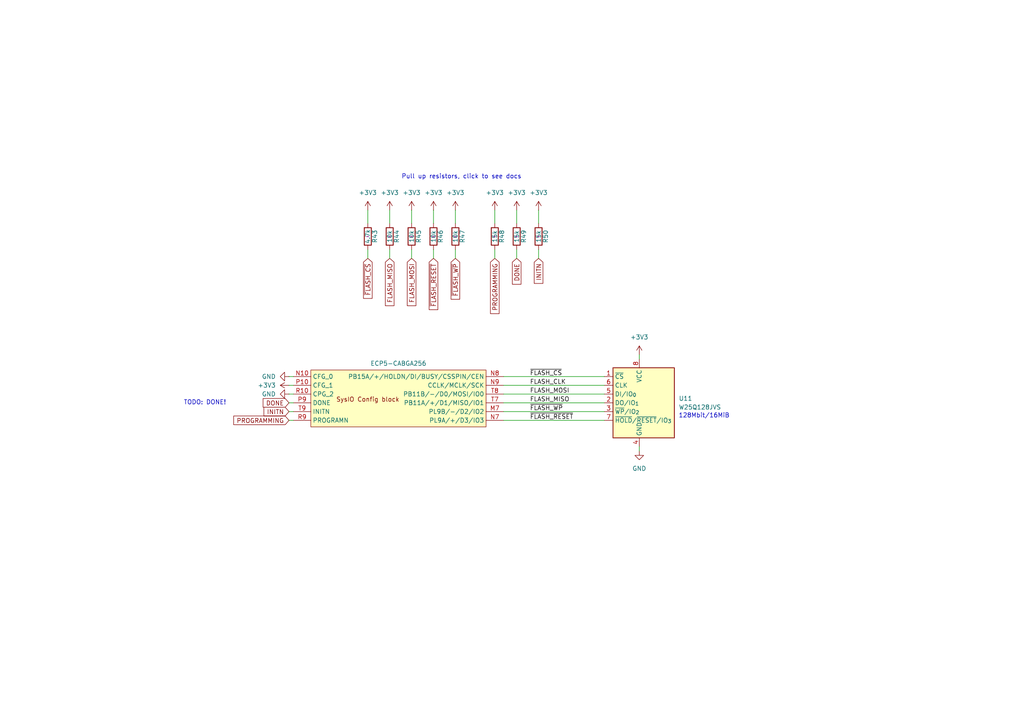
<source format=kicad_sch>
(kicad_sch (version 20250114) (generator "eeschema") (generator_version "9.0")
  (paper "A4")
  (title_block (title "Icepi zero") (date "2025-07-02") (rev "v1.2") (company "Chengyin Yao (cheyao)") (comment 1 "https://github.com/cheyao/icepi-zero") (comment 9 "OSHWA FR000026"))
  (lib_symbols
    (symbol "Device:R" (pin_numbers (hide yes)) (pin_names (offset 0))
      (property "Reference" "R" (at 2.032 0 90))
      (property "Value" "R" (at 0 0 90))
      (symbol "R_0_1"
        (rectangle (start -1.016 -2.54) (end 1.016 2.54) (stroke (width 0.254)))
      )
      (symbol "R_1_1"
        (pin passive line (at 0 3.81 270) (length 1.27) (name "~") (number "1"))
        (pin passive line (at 0 -3.81 90) (length 1.27) (name "~") (number "2"))
      )
    )
    (symbol "Memory_Flash:W25Q128JVS"
      (property "Reference" "U" (at -6.35 11.43 0))
      (property "Value" "W25Q128JVS" (at 7.62 11.43 0))
      (symbol "W25Q128JVS_0_1"
        (rectangle (start -7.62 10.16) (end 10.16 -10.16) (stroke (width 0.254)) (fill (type background)))
      )
      (symbol "W25Q128JVS_1_1"
        (pin input line (at -10.16 7.62 0) (length 2.54) (name "~{CS}") (number "1"))
        (pin input line (at -10.16 5.08 0) (length 2.54) (name "CLK") (number "6"))
        (pin bidirectional line (at -10.16 2.54 0) (length 2.54) (name "DI/IO_{0}") (number "5"))
        (pin bidirectional line (at -10.16 0 0) (length 2.54) (name "DO/IO_{1}") (number "2"))
        (pin bidirectional line (at -10.16 -2.54 0) (length 2.54) (name "~{WP}/IO_{2}") (number "3"))
        (pin bidirectional line (at -10.16 -5.08 0) (length 2.54) (name "~{HOLD}/~{RESET}/IO_{3}") (number "7"))
        (pin power_in line (at 0 12.7 270) (length 2.54) (name "VCC") (number "8"))
        (pin power_in line (at 0 -12.7 90) (length 2.54) (name "GND") (number "4"))
      )
    )
    (symbol "icepi-lib:LFE5U-25F-6BG256x"
      (property "Reference" "U" (at 48.768 1.016 0))
      (property "Value" "ECP5U-25F-CABGA256" (at 59.436 -1.27 0))
      (symbol "LFE5U-25F-6BG256x_1_1"
        (rectangle (start -47.625 10.16) (end 47.625 -10.16) (fill (type background)))
        (text "Power Block" (at -0.254 0 0) (effects (font (size 1.27 1.27))))
        (pin power_in line (at -45.72 15.24 270) (length 5.08) (name "VCC") (number "G6"))
        (pin power_in line (at -43.18 15.24 270) (length 5.08) (name "VCC") (number "G7"))
        (pin power_in line (at -40.64 15.24 270) (length 5.08) (name "VCC") (number "L8"))
        (pin power_in line (at -38.1 15.24 270) (length 5.08) (name "VCC") (number "L9"))
        (pin power_in line (at -35.56 15.24 270) (length 5.08) (name "VCC") (number "G9"))
        (pin power_in line (at -35.56 -15.24 90) (length 5.08) (name "GND") (number "A16"))
        (pin power_in line (at -33.02 15.24 270) (length 5.08) (name "VCC") (number "L10"))
        (pin power_in line (at -33.02 -15.24 90) (length 5.08) (name "GND") (number "H16"))
        (pin power_in line (at -30.48 -15.24 90) (length 5.08) (name "GND") (number "T16"))
        (pin power_in line (at -27.94 -15.24 90) (length 5.08) (name "GND") (number "D15"))
        (pin power_in line (at -25.4 15.24 270) (length 5.08) (name "VCCAUX") (number "L7"))
        (pin power_in line (at -25.4 -15.24 90) (length 5.08) (name "GND") (number "N15"))
        (pin power_in line (at -22.86 15.24 270) (length 5.08) (name "VCCAUX") (number "G11"))
        (pin power_in line (at -22.86 -15.24 90) (length 5.08) (name "GND") (number "T12"))
        (pin power_in line (at -20.32 -15.24 90) (length 5.08) (name "GND") (number "G10"))
        (pin power_in line (at -17.78 -15.24 90) (length 5.08) (name "GND") (number "H10"))
        (pin power_in line (at -15.24 15.24 270) (length 5.08) (name "VCCIO0") (number "F6"))
        (pin power_in line (at -15.24 -15.24 90) (length 5.08) (name "GND") (number "J10"))
        (pin power_in line (at -12.7 15.24 270) (length 5.08) (name "VCCIO0") (number "F7"))
        (pin power_in line (at -12.7 -15.24 90) (length 5.08) (name "GND") (number "K10"))
        (pin power_in line (at -10.16 -15.24 90) (length 5.08) (name "GND") (number "F9"))
        (pin power_in line (at -7.62 -15.24 90) (length 5.08) (name "GND") (number "H9"))
        (pin power_in line (at -5.08 15.24 270) (length 5.08) (name "VCCIO1") (number "F10"))
        (pin power_in line (at -5.08 -15.24 90) (length 5.08) (name "GND") (number "J9"))
        (pin power_in line (at -2.54 15.24 270) (length 5.08) (name "VCCIO1") (number "F11"))
        (pin power_in line (at -2.54 -15.24 90) (length 5.08) (name "GND") (number "K9"))
        (pin power_in line (at 0 -15.24 90) (length 5.08) (name "GND") (number "F8"))
        (pin power_in line (at 2.54 -15.24 90) (length 5.08) (name "GND") (number "G8"))
        (pin power_in line (at 5.08 15.24 270) (length 5.08) (name "VCCIO2") (number "J11"))
        (pin power_in line (at 5.08 -15.24 90) (length 5.08) (name "GND") (number "H8"))
        (pin power_in line (at 7.62 15.24 270) (length 5.08) (name "VCCIO2") (number "H11"))
        (pin power_in line (at 7.62 -15.24 90) (length 5.08) (name "GND") (number "J8"))
        (pin power_in line (at 10.16 -15.24 90) (length 5.08) (name "GND") (number "K8"))
        (pin power_in line (at 12.7 -15.24 90) (length 5.08) (name "GND") (number "K7"))
        (pin power_in line (at 15.24 15.24 270) (length 5.08) (name "VCCIO3") (number "L11"))
        (pin power_in line (at 15.24 -15.24 90) (length 5.08) (name "GND") (number "K6"))
        (pin power_in line (at 17.78 15.24 270) (length 5.08) (name "VCCIO3") (number "K11"))
        (pin power_in line (at 17.78 -15.24 90) (length 5.08) (name "GND") (number "T5"))
        (pin power_in line (at 20.32 -15.24 90) (length 5.08) (name "GND") (number "D2"))
        (pin power_in line (at 22.86 -15.24 90) (length 5.08) (name "GND") (number "N2"))
        (pin power_in line (at 25.4 15.24 270) (length 5.08) (name "VCCIO6") (number "J6"))
        (pin power_in line (at 25.4 -15.24 90) (length 5.08) (name "GND") (number "A1"))
        (pin power_in line (at 27.94 15.24 270) (length 5.08) (name "VCCIO6") (number "J7"))
        (pin power_in line (at 27.94 -15.24 90) (length 5.08) (name "GND") (number "H1"))
        (pin power_in line (at 30.48 -15.24 90) (length 5.08) (name "GND") (number "T1"))
        (pin power_in line (at 35.56 15.24 270) (length 5.08) (name "VCCIO7") (number "H6"))
        (pin power_in line (at 38.1 15.24 270) (length 5.08) (name "VCCIO7") (number "H7"))
        (pin power_in line (at 45.72 15.24 270) (length 5.08) (name "VCCIO8") (number "L6"))
      )
      (symbol "LFE5U-25F-6BG256x_2_1"
        (rectangle (start -7.62 5.715) (end 7.62 -5.715) (fill (type background)))
        (text "JTAG\nInterface" (at 2.032 0 0) (effects (font (size 1.27 1.27))))
        (pin output line (at -12.7 3.81 0) (length 5.08) (name "TDO") (number "M10"))
        (pin input line (at -12.7 1.27 0) (length 5.08) (name "TDI") (number "R11"))
        (pin input line (at -12.7 -1.27 0) (length 5.08) (name "TCK") (number "T10"))
        (pin input line (at -12.7 -3.81 0) (length 5.08) (name "TMS") (number "T11"))
      )
      (symbol "LFE5U-25F-6BG256x_3_1"
        (rectangle (start -25.4 8.255) (end 25.4 -8.255) (fill (type background)))
        (text "SysIO Config block" (at 8.89 -0.254 0) (effects (font (size 1.27 1.27))))
        (pin bidirectional line (at -30.48 6.35 0) (length 5.08) (name "PB15A/+/HOLDN/DI/BUSY/CSSPIN/CEN") (number "N8"))
        (pin bidirectional line (at -30.48 3.81 0) (length 5.08) (name "CCLK/MCLK/SCK") (number "N9"))
        (pin bidirectional line (at -30.48 1.27 0) (length 5.08) (name "PB11B/-/D0/MOSI/IO0") (number "T8"))
        (pin bidirectional line (at -30.48 -1.27 0) (length 5.08) (name "PB11A/+/D1/MISO/IO1") (number "T7"))
        (pin bidirectional line (at -30.48 -3.81 0) (length 5.08) (name "PL9B/-/D2/IO2") (number "M7"))
        (pin bidirectional line (at -30.48 -6.35 0) (length 5.08) (name "PL9A/+/D3/IO3") (number "N7"))
        (pin input line (at 30.48 6.35 180) (length 5.08) (name "CFG_0") (number "N10"))
        (pin input line (at 30.48 3.81 180) (length 5.08) (name "CFG_1") (number "P10"))
        (pin input line (at 30.48 1.27 180) (length 5.08) (name "CPG_2") (number "R10"))
        (pin output line (at 30.48 -1.27 180) (length 5.08) (name "DONE") (number "P9"))
        (pin bidirectional line (at 30.48 -3.81 180) (length 5.08) (name "INITN") (number "T9"))
        (pin bidirectional line (at 30.48 -6.35 180) (length 5.08) (name "PROGRAMN") (number "R9"))
      )
      (symbol "LFE5U-25F-6BG256x_4_1"
        (rectangle (start -20.32 17.145) (end 20.32 -17.145) (fill (type background)))
        (text "GPDI\nInterface" (at 11.176 0 0) (effects (font (size 1.27 1.27))))
        (pin bidirectional line (at -25.4 15.24 0) (length 5.08) (name "PR35A/+/HS/RDQ32") (number "P16"))
        (pin bidirectional line (at -25.4 12.7 0) (length 5.08) (name "PR35B/-/HS/RDQ32/VREF1_3") (number "R16"))
        (pin bidirectional line (at -25.4 10.16 0) (length 5.08) (name "PR38C/+/RDQ44") (number "R15"))
        (pin bidirectional line (at -25.4 7.62 0) (length 5.08) (name "PR38D/-/RDQ44") (number "T15"))
        (pin bidirectional line (at -25.4 5.08 0) (length 5.08) (name "PR41C/+/RDQ44") (number "R13"))
        (pin bidirectional line (at -25.4 2.54 0) (length 5.08) (name "PR41D/-/RSQ44") (number "T14"))
        (pin bidirectional line (at -25.4 0 0) (length 5.08) (name "PR44A/+/HS/RDQS44") (number "R12"))
        (pin bidirectional line (at -25.4 -2.54 0) (length 5.08) (name "PR44B/-/HS/RDQSN44") (number "T13"))
        (pin bidirectional line (at -25.4 -5.08 0) (length 5.08) (name "PL44A/+/HS/LDQS44") (number "R5"))
        (pin bidirectional line (at -25.4 -7.62 0) (length 5.08) (name "PL41D/-/LDQ44") (number "T3"))
        (pin bidirectional line (at -25.4 -10.16 0) (length 5.08) (name "PL44B/-/HS/LDQSN44") (number "T4"))
        (pin bidirectional line (at -25.4 -12.7 0) (length 5.08) (name "PL47D/-/LDQ44/LLC_GPLL0C_IN") (number "P5"))
        (pin bidirectional line (at -25.4 -15.24 0) (length 5.08) (name "PR32C/+/RDQ32") (number "L14"))
      )
      (symbol "LFE5U-25F-6BG256x_5_1"
        (rectangle (start -20.32 18.415) (end 19.685 -18.415) (fill (type background)))
        (text "USB/UART\nInterface" (at 10.16 0 0) (effects (font (size 1.27 1.27))))
        (pin bidirectional line (at -25.4 16.51 0) (length 5.08) (name "PR23C/-/RDQ20/PCLKT2_0") (number "K16"))
        (pin bidirectional line (at -25.4 13.97 0) (length 5.08) (name "PR23D/-/RDQ20/PCLKC2_0") (number "K15"))
        (pin bidirectional line (at -25.4 11.43 0) (length 5.08) (name "PR26A/+/HS/RDQ32/PCLKT3_1") (number "L16"))
        (pin bidirectional line (at -25.4 8.89 0) (length 5.08) (name "PR26B/-/HS/RDQ32/PCLKC3_1") (number "L15"))
        (pin bidirectional line (at -25.4 3.81 0) (length 5.08) (name "PR11C/+/RDQ8") (number "F15"))
        (pin bidirectional line (at -25.4 1.27 0) (length 5.08) (name "PR11D/-/RDQ8") (number "E16"))
        (pin bidirectional line (at -25.4 -1.27 0) (length 5.08) (name "PR14B/-/HS/RDQ20") (number "G15"))
        (pin bidirectional line (at -25.4 -3.81 0) (length 5.08) (name "PR14D/-/RDQ20") (number "H14"))
        (pin bidirectional line (at -25.4 -8.89 0) (length 5.08) (name "PR23A/+/HS/RDQ20/PCLKT2_1") (number "J16"))
        (pin bidirectional line (at -25.4 -11.43 0) (length 5.08) (name "PR23B/-/HS/RDQ20/PCLKC2_1") (number "J15"))
        (pin bidirectional line (at -25.4 -13.97 0) (length 5.08) (name "PR5C/+/RDQ8") (number "E14"))
        (pin bidirectional line (at -25.4 -16.51 0) (length 5.08) (name "PT51B/-") (number "E11"))
      )
      (symbol "LFE5U-25F-6BG256x_6_1"
        (rectangle (start -25.4 33.02) (end 25.4 -33.02) (fill (type background)))
        (text "SDRAM\nInterface" (at 0.254 29.464 0) (effects (font (size 1.27 1.27))))
        (pin bidirectional line (at -30.48 30.48 0) (length 5.08) (name "PT53A/+") (number "A11"))
        (pin bidirectional line (at -30.48 27.94 0) (length 5.08) (name "PT49A/+") (number "B11"))
        (pin bidirectional line (at -30.48 22.86 0) (length 5.08) (name "PT44A/+") (number "B10"))
        (pin bidirectional line (at -30.48 20.32 0) (length 5.08) (name "PT42A/+") (number "A9"))
        (pin bidirectional line (at -30.48 17.78 0) (length 5.08) (name "PT38A/+/GR_PCLK1_0") (number "B9"))
        (pin bidirectional line (at -30.48 15.24 0) (length 5.08) (name "PT29B/-/PCLKC0_0") (number "A8"))
        (pin bidirectional line (at -30.48 12.7 0) (length 5.08) (name "PT35B/-/PCLK1_0") (number "B8"))
        (pin bidirectional line (at -30.48 10.16 0) (length 5.08) (name "PT29A/+/PCLKT0_0") (number "A7"))
        (pin bidirectional line (at -30.48 7.62 0) (length 5.08) (name "PT27B/-/PCLKC0_1") (number "B7"))
        (pin bidirectional line (at -30.48 5.08 0) (length 5.08) (name "PT18B/-") (number "A6"))
        (pin bidirectional line (at -30.48 2.54 0) (length 5.08) (name "PT22B/-") (number "B6"))
        (pin bidirectional line (at -30.48 0 0) (length 5.08) (name "PT18A/+") (number "A5"))
        (pin bidirectional line (at -30.48 -2.54 0) (length 5.08) (name "PT42B/-") (number "A10"))
        (pin bidirectional line (at -30.48 -5.08 0) (length 5.08) (name "PT15B/-") (number "B5"))
        (pin bidirectional line (at -30.48 -7.62 0) (length 5.08) (name "PT6B/-") (number "A4"))
        (pin bidirectional line (at -30.48 -12.7 0) (length 5.08) (name "PT56A/+") (number "B12"))
        (pin bidirectional line (at -30.48 -15.24 0) (length 5.08) (name "PT11B/-") (number "B4"))
        (pin bidirectional line (at -30.48 -17.78 0) (length 5.08) (name "PT6A/+") (number "A3"))
        (pin bidirectional line (at -30.48 -20.32 0) (length 5.08) (name "PT67A/+") (number "B14"))
        (pin bidirectional line (at -30.48 -22.86 0) (length 5.08) (name "PT4B/-") (number "B3"))
        (pin bidirectional line (at -30.48 -25.4 0) (length 5.08) (name "PT65A/+") (number "A13"))
        (pin bidirectional line (at -30.48 -27.94 0) (length 5.08) (name "PT60A/+") (number "B13"))
        (pin bidirectional line (at -30.48 -30.48 0) (length 5.08) (name "PT53B/-") (number "A12"))
        (pin bidirectional line (at 30.48 30.48 180) (length 5.08) (name "PR2A/+/HS/RDQ8") (number "B16"))
        (pin bidirectional line (at 30.48 27.94 180) (length 5.08) (name "PR2C/+/RDQ8") (number "C14"))
        (pin bidirectional line (at 30.48 25.4 180) (length 5.08) (name "PR5A/+/HS/RDQ8") (number "C16"))
        (pin bidirectional line (at 30.48 22.86 180) (length 5.08) (name "PR5B/-/HS/RDQ8") (number "C15"))
        (pin bidirectional line (at 30.48 20.32 180) (length 5.08) (name "PR8A/+/HS/RDQS8") (number "D16"))
        (pin bidirectional line (at 30.48 17.78 180) (length 5.08) (name "PT67B/-") (number "A15"))
        (pin bidirectional line (at 30.48 15.24 180) (length 5.08) (name "PR2B/-/HS/RDQ8/S0_IN") (number "B15"))
        (pin bidirectional line (at 30.48 12.7 180) (length 5.08) (name "PT65B/-") (number "A14"))
        (pin bidirectional line (at 30.48 10.16 180) (length 5.08) (name "PT4A/+") (number "A2"))
        (pin bidirectional line (at 30.48 7.62 180) (length 5.08) (name "PL2B/-/HS/LDQ8") (number "B2"))
        (pin bidirectional line (at 30.48 5.08 180) (length 5.08) (name "PL8B/-/HS/LDQSN8") (number "E2"))
        (pin bidirectional line (at 30.48 2.54 180) (length 5.08) (name "PL8A/+/HS/LDQS8") (number "D1"))
        (pin bidirectional line (at 30.48 0 180) (length 5.08) (name "PL5B/-/HS/LDQ8") (number "C2"))
        (pin bidirectional line (at 30.48 -2.54 180) (length 5.08) (name "PL5A/+/HS/LDQ8") (number "C1"))
        (pin bidirectional line (at 30.48 -5.08 180) (length 5.08) (name "PL2C/+/LDQ8") (number "C3"))
        (pin bidirectional line (at 30.48 -7.62 180) (length 5.08) (name "PL2A/+/HS/LDQ8") (number "B1"))
      )
      (symbol "LFE5U-25F-6BG256x_7_1"
        (rectangle (start -19.05 10.16) (end 19.05 -10.16) (fill (type background)))
        (text "uSD\nInterface" (at 13.462 0 0) (effects (font (size 1.27 1.27))))
        (pin bidirectional line (at -24.13 7.62 0) (length 5.08) (name "PR38B/-/HS/RDQ44") (number "P14"))
        (pin bidirectional line (at -24.13 5.08 0) (length 5.08) (name "PR41B/-/HS/RDQ44") (number "R14"))
        (pin bidirectional line (at -24.13 2.54 0) (length 5.08) (name "PR26D/-/RDQ32/PCLKC3_0") (number "M15"))
        (pin bidirectional line (at -24.13 0 0) (length 5.08) (name "PR32D/-/RDQ32") (number "M14"))
        (pin bidirectional line (at -24.13 -2.54 0) (length 5.08) (name "PR32A/+/HS/RDQS32") (number "N16"))
        (pin bidirectional line (at -24.13 -5.08 0) (length 5.08) (name "PR32B/-/HS/RDQSN32") (number "P15"))
        (pin bidirectional line (at -24.13 -7.62 0) (length 5.08) (name "PR26C/+/RDQ32/PCLKT3_0") (number "M16"))
      )
      (symbol "LFE5U-25F-6BG256x_8_1"
        (rectangle (start -34.29 23.495) (end 34.29 -26.035) (fill (type background)))
        (text "GPIO\nInterface" (at -0.508 20.828 0) (effects (font (size 1.27 1.27))))
        (pin bidirectional line (at -39.37 21.59 0) (length 5.08) (name "PL38D/-/LDQ44") (number "T2"))
        (pin bidirectional line (at -39.37 19.05 0) (length 5.08) (name "PL38C/+/LDQ44") (number "R2"))
        (pin bidirectional line (at -39.37 16.51 0) (length 5.08) (name "PL35B/-/HS/LDQ32/VREF1_6") (number "R1"))
        (pin bidirectional line (at -39.37 11.43 0) (length 5.08) (name "PL41B/-/HS/LDQ44") (number "R3"))
        (pin bidirectional line (at -39.37 8.89 0) (length 5.08) (name "PL38B/-/HS/LDQ44") (number "P3"))
        (pin bidirectional line (at -39.37 6.35 0) (length 5.08) (name "PL32B/-/HS/LDQSN32") (number "P2"))
        (pin bidirectional line (at -39.37 1.27 0) (length 5.08) (name "PL26B/-/HS/LDQ32/PCLKC6_1") (number "L2"))
        (pin bidirectional line (at -39.37 -1.27 0) (length 5.08) (name "PL23A/+/HS/LDQ20/PCLKT7") (number "J1"))
        (pin bidirectional line (at -39.37 -3.81 0) (length 5.08) (name "PL14B/-/HS/LDQ20") (number "G2"))
        (pin bidirectional line (at -39.37 -8.89 0) (length 5.08) (name "PL14C/+/LDQ20/VREF1_7") (number "G3"))
        (pin bidirectional line (at -39.37 -11.43 0) (length 5.08) (name "PL11D/-/LDQ8") (number "E1"))
        (pin bidirectional line (at -39.37 -13.97 0) (length 5.08) (name "PL5D/-/LDQ8") (number "F3"))
        (pin bidirectional line (at -39.37 -16.51 0) (length 5.08) (name "PL5C/+/LDQ8") (number "E3"))
        (pin bidirectional line (at -39.37 -19.05 0) (length 5.08) (name "PT9A/+") (number "E4"))
        (pin bidirectional line (at -39.37 -21.59 0) (length 5.08) (name "PT9B/-") (number "D4"))
        (pin bidirectional line (at 39.37 16.51 180) (length 5.08) (name "PL35A/+/HS/LDQ32") (number "P1"))
        (pin bidirectional line (at 39.37 13.97 180) (length 5.08) (name "PL32A/+/HS/LDQS32") (number "N1"))
        (pin bidirectional line (at 39.37 11.43 180) (length 5.08) (name "PL38A/+/HS/LDQ44") (number "N4"))
        (pin bidirectional line (at 39.37 6.35 180) (length 5.08) (name "PL26C/+/LDQ32/PCLKT6_0") (number "M1"))
        (pin bidirectional line (at 39.37 3.81 180) (length 5.08) (name "PL26A/+/HS/LDQ32/PCLKT6_1") (number "L1"))
        (pin bidirectional line (at 39.37 -1.27 180) (length 5.08) (name "PL23B/-/HS/LDQ20/PCLKC7_1") (number "J2"))
        (pin bidirectional line (at 39.37 -3.81 180) (length 5.08) (name "PL20C/+/LDQS20/GR_PCLK7_0") (number "H2"))
        (pin bidirectional line (at 39.37 -6.35 180) (length 5.08) (name "PL20A/+/HS/LDQS20/GR_PCLK7_1") (number "G1"))
        (pin bidirectional line (at 39.37 -8.89 180) (length 5.08) (name "PL20D/-/LDQS20") (number "K3"))
        (pin bidirectional line (at 39.37 -13.97 180) (length 5.08) (name "PL20B/-/HS/LDQSN20") (number "J3"))
        (pin bidirectional line (at 39.37 -19.05 180) (length 5.08) (name "PL14D/-/lDQ20") (number "H3"))
        (pin bidirectional line (at 39.37 -21.59 180) (length 5.08) (name "PL14A/+/HS/LDQ20") (number "F1"))
        (pin bidirectional line (at 39.37 -24.13 180) (length 5.08) (name "PL11C/+/LDQ8") (number "F2"))
      )
      (symbol "LFE5U-25F-6BG256x_9_1"
        (rectangle (start -15.24 17.145) (end 15.24 -17.145) (fill (type background)))
        (text "MISC\nInterface" (at 6.604 2.54 0) (effects (font (size 1.27 1.27))))
        (pin bidirectional line (at -20.32 15.24 0) (length 5.08) (name "PT11A/+") (number "C4"))
        (pin bidirectional line (at -20.32 12.7 0) (length 5.08) (name "PT15A/+") (number "C5"))
        (pin bidirectional line (at -20.32 7.62 0) (length 5.08) (name "PT62B/-") (number "E13"))
        (pin bidirectional line (at -20.32 5.08 0) (length 5.08) (name "PR2D/-/RDQ8") (number "D14"))
        (pin bidirectional line (at -20.32 2.54 0) (length 5.08) (name "PT58B/-") (number "E12"))
        (pin bidirectional line (at -20.32 0 0) (length 5.08) (name "PT60B/-") (number "C13"))
        (pin bidirectional line (at -20.32 -2.54 0) (length 5.08) (name "PT62A/+") (number "D13"))
        (pin bidirectional line (at -20.32 -7.62 0) (length 5.08) (name "PT27A/+/PCLKT0_1") (number "C7"))
        (pin bidirectional line (at -20.32 -10.16 0) (length 5.08) (name "PT35A/+/PCLKT1_0") (number "C8"))
        (pin bidirectional line (at -20.32 -15.24 0) (length 5.08) (name "PL26D/-/LDQ32/PCLK6_0") (number "M2"))
      )
      (symbol "LFE5U-25F-6BG256x_10_1"
        (rectangle (start -53.34 38.1) (end 52.705 -40.005) (fill (type background)))
        (text "Unused I/O" (at -1.524 0.254 0) (effects (font (size 1.27 1.27))))
        (pin bidirectional line (at -58.42 30.48 0) (length 5.08) (name "PL2D/-/LDQ8") (number "D3"))
        (pin bidirectional line (at -58.42 27.94 0) (length 5.08) (name "PL8C/+/LDQ8") (number "F4"))
        (pin bidirectional line (at -58.42 25.4 0) (length 5.08) (name "PL8D/-/LDQ8") (number "F5"))
        (pin bidirectional line (at -58.42 22.86 0) (length 5.08) (name "PL11A/+/HS/LDQ8") (number "G5"))
        (pin bidirectional line (at -58.42 20.32 0) (length 5.08) (name "PL11B/-/HS/LDQ8") (number "G4"))
        (pin bidirectional line (at -58.42 17.78 0) (length 5.08) (name "PL17A/+/HS/LDQ20") (number "H5"))
        (pin bidirectional line (at -58.42 15.24 0) (length 5.08) (name "PL17B/-/HS/LDQ20") (number "H4"))
        (pin bidirectional line (at -58.42 12.7 0) (length 5.08) (name "PL17C/+/LDQ20") (number "J4"))
        (pin bidirectional line (at -58.42 10.16 0) (length 5.08) (name "PL17D/-/LDQ20") (number "J5"))
        (pin bidirectional line (at -58.42 7.62 0) (length 5.08) (name "PL23C/+/LDQ20/PCLKT7_0") (number "K1"))
        (pin bidirectional line (at -58.42 5.08 0) (length 5.08) (name "PL23D/-/LDQ20/PCLKC7_0") (number "K2"))
        (pin bidirectional line (at -58.42 2.54 0) (length 5.08) (name "PL29A/+/HS/LDQ32/GR_PCLK6_0") (number "K4"))
        (pin bidirectional line (at -58.42 0 0) (length 5.08) (name "PL29B/-/HS/LDQ32") (number "K5"))
        (pin bidirectional line (at -58.42 -2.54 0) (length 5.08) (name "PL29C/+/LDQ32/GR_PCLK6_1") (number "L4"))
        (pin bidirectional line (at -58.42 -5.08 0) (length 5.08) (name "PL29D/-/LDQ32") (number "L5"))
        (pin bidirectional line (at -58.42 -7.62 0) (length 5.08) (name "PL32C/+/LDQ32") (number "L3"))
        (pin bidirectional line (at -58.42 -10.16 0) (length 5.08) (name "PL32D/-/LDQ32") (number "M3"))
        (pin bidirectional line (at -58.42 -12.7 0) (length 5.08) (name "PL35C/+/LDQ32") (number "M4"))
        (pin bidirectional line (at -58.42 -15.24 0) (length 5.08) (name "PL35D/-/LDQ32") (number "N3"))
        (pin bidirectional line (at -58.42 -17.78 0) (length 5.08) (name "PL41A/+/HS/LDQ44") (number "P4"))
        (pin bidirectional line (at -58.42 -20.32 0) (length 5.08) (name "PL41C/+/LD44") (number "R4"))
        (pin bidirectional line (at -58.42 -22.86 0) (length 5.08) (name "PL44C/+/LDQ44") (number "M5"))
        (pin bidirectional line (at -58.42 -25.4 0) (length 5.08) (name "PL44D/-/LDQ44") (number "N5"))
        (pin bidirectional line (at -58.42 -27.94 0) (length 5.08) (name "PL47A/+/HS/LDQ44") (number "M6"))
        (pin bidirectional line (at -58.42 -30.48 0) (length 5.08) (name "PL47B/-/HS/LDQ44") (number "N6"))
        (pin bidirectional line (at -58.42 -33.02 0) (length 5.08) (name "PL47C/+/LDQ44/LLC+GPLL0T_IN") (number "P6"))
        (pin bidirectional line (at -27.94 43.18 270) (length 5.08) (name "PT13B/-") (number "D5"))
        (pin bidirectional line (at -25.4 43.18 270) (length 5.08) (name "PT13A/+") (number "E5"))
        (pin bidirectional line (at -22.86 43.18 270) (length 5.08) (name "PT20B/-") (number "D6"))
        (pin bidirectional line (at -20.32 43.18 270) (length 5.08) (name "PT20A/+") (number "E6"))
        (pin bidirectional line (at -17.78 43.18 270) (length 5.08) (name "PT22A/+") (number "C6"))
        (pin bidirectional line (at -15.24 43.18 270) (length 5.08) (name "PT24B/-/GR_PCLK0_0") (number "D7"))
        (pin bidirectional line (at -12.7 43.18 270) (length 5.08) (name "PT24A/+/GR_PCLK0_1") (number "E7"))
        (pin bidirectional line (at -11.43 -45.085 90) (length 5.08) (name "PB18A/WRITEN") (number "M9"))
        (pin bidirectional line (at -10.16 43.18 270) (length 5.08) (name "PT33B/-/PCLKC1_1") (number "D8"))
        (pin bidirectional line (at -8.89 -45.085 90) (length 5.08) (name "PB15B/0/DOUT/CSON") (number "M8"))
        (pin bidirectional line (at -7.62 43.18 270) (length 5.08) (name "PT33A/+/PCLKT1_1") (number "E8"))
        (pin bidirectional line (at -6.35 -45.085 90) (length 5.08) (name "PB13B/-/CS1N") (number "P8"))
        (pin bidirectional line (at -5.08 43.18 270) (length 5.08) (name "PT38B/-/GR_PCLK1_1") (number "C9"))
        (pin bidirectional line (at -3.81 -45.085 90) (length 5.08) (name "PB13A/+/SN/CSN") (number "R8"))
        (pin bidirectional line (at -2.54 43.18 270) (length 5.08) (name "PT40B/-") (number "E9"))
        (pin bidirectional line (at -1.27 -45.085 90) (length 5.08) (name "PB6B/-/D4/MOSI2/IO4") (number "P7"))
        (pin bidirectional line (at 0 43.18 270) (length 5.08) (name "PT40A/+") (number "D9"))
        (pin bidirectional line (at 1.27 -45.085 90) (length 5.08) (name "PB6A/+/D5/MISO2/IO5") (number "R7"))
        (pin bidirectional line (at 2.54 43.18 270) (length 5.08) (name "PT44B/-") (number "C10"))
        (pin bidirectional line (at 3.81 -45.085 90) (length 5.08) (name "PB4B/0/D6/IO6") (number "R6"))
        (pin bidirectional line (at 5.08 43.18 270) (length 5.08) (name "PT47B/-") (number "E10"))
        (pin bidirectional line (at 6.35 -45.085 90) (length 5.08) (name "PB4A/+/D7/IO7") (number "T6"))
        (pin bidirectional line (at 7.62 43.18 270) (length 5.08) (name "PT47A/+") (number "D10"))
        (pin bidirectional line (at 10.16 43.18 270) (length 5.08) (name "PT49B/-") (number "C11"))
        (pin bidirectional line (at 12.7 43.18 270) (length 5.08) (name "PT51A/+") (number "D11"))
        (pin bidirectional line (at 15.24 43.18 270) (length 5.08) (name "PT56B/-") (number "C12"))
        (pin bidirectional line (at 17.78 43.18 270) (length 5.08) (name "PT58A/+") (number "D12"))
        (pin bidirectional line (at 57.785 35.56 180) (length 5.08) (name "PR47A/+/HS/RSQ44") (number "M11"))
        (pin bidirectional line (at 57.785 33.02 180) (length 5.08) (name "PR47B/0/HS/RDQ44") (number "N11"))
        (pin bidirectional line (at 57.785 30.48 180) (length 5.08) (name "PR47C/+/RSQ44/LRC_GPLL0T_IN") (number "P11"))
        (pin bidirectional line (at 57.785 27.94 180) (length 5.08) (name "PR47D/-/RDQ44/LRC_GPLL0C_IN") (number "P12"))
        (pin bidirectional line (at 57.785 25.4 180) (length 5.08) (name "PR44C/+/RDQ44") (number "M12"))
        (pin bidirectional line (at 57.785 22.86 180) (length 5.08) (name "PR44D/-/RSQ44") (number "N12"))
        (pin bidirectional line (at 57.785 20.32 180) (length 5.08) (name "PR41A/+/HS/RDQ44") (number "P13"))
        (pin bidirectional line (at 57.785 17.78 180) (length 5.08) (name "PR38A/+/HS/RDQ44") (number "N13"))
        (pin bidirectional line (at 57.785 15.24 180) (length 5.08) (name "PR35C/+/RDQ32") (number "M13"))
        (pin bidirectional line (at 57.785 12.7 180) (length 5.08) (name "PR35D/-/RDQ32") (number "N14"))
        (pin bidirectional line (at 57.785 10.16 180) (length 5.08) (name "PR29A/+/HS/RDQ32/GR_PCLK3_0") (number "K13"))
        (pin bidirectional line (at 57.785 7.62 180) (length 5.08) (name "PR29B/-/HS/RDQ32") (number "K12"))
        (pin bidirectional line (at 57.785 5.08 180) (length 5.08) (name "PR29C/+/RDQ32/GR_PCLK3_1") (number "L13"))
        (pin bidirectional line (at 57.785 2.54 180) (length 5.08) (name "PR29D/-/RDQ32") (number "L12"))
        (pin bidirectional line (at 57.785 0 180) (length 5.08) (name "PR20A/+/HS/RDQS20/GR_PCLK2_1") (number "G16"))
        (pin bidirectional line (at 57.785 -2.54 180) (length 5.08) (name "PR20B/-/HS/RDQSN20") (number "H15"))
        (pin bidirectional line (at 57.785 -5.08 180) (length 5.08) (name "PR20C/+/RDQ20/GR_PCLK2_0") (number "J14"))
        (pin bidirectional line (at 57.785 -7.62 180) (length 5.08) (name "PR20D/-/RDQ20") (number "K14"))
        (pin bidirectional line (at 57.785 -10.16 180) (length 5.08) (name "PR17A/+/HS/RDQ20") (number "H12"))
        (pin bidirectional line (at 57.785 -12.7 180) (length 5.08) (name "PR17B/-/HS/RDQ20") (number "H13"))
        (pin bidirectional line (at 57.785 -15.24 180) (length 5.08) (name "PR17C/+/RDQ20") (number "J13"))
        (pin bidirectional line (at 57.785 -17.78 180) (length 5.08) (name "PR17D/-/RDQ20") (number "J12"))
        (pin bidirectional line (at 57.785 -20.32 180) (length 5.08) (name "PR14A/+/HS/RDQ20") (number "F16"))
        (pin bidirectional line (at 57.785 -22.86 180) (length 5.08) (name "PR14C/+/RDQ20/VREF1_2") (number "G14"))
        (pin bidirectional line (at 57.785 -25.4 180) (length 5.08) (name "PR11A/+/HS/RDQ8") (number "G12"))
        (pin bidirectional line (at 57.785 -27.94 180) (length 5.08) (name "PR11B/-/HS/RDQ8") (number "G13"))
        (pin bidirectional line (at 57.785 -30.48 180) (length 5.08) (name "PR8B/-/HS/RDQSN8") (number "E15"))
        (pin bidirectional line (at 57.785 -33.02 180) (length 5.08) (name "PR8C/+/RDQ8") (number "F13"))
        (pin bidirectional line (at 57.785 -35.56 180) (length 5.08) (name "PR8D/-/RDQ8") (number "F12"))
        (pin bidirectional line (at 57.785 -38.1 180) (length 5.08) (name "PR5D/-/RDQ8") (number "F14"))
      )
    )
    (symbol "power:+3V3" (power) (pin_numbers (hide yes)) (pin_names (offset 0) (hide yes))
      (property "Value" "+3V3" (at 0 3.556 0))
      (symbol "+3V3_0_1"
        (polyline (pts (xy -0.762 1.27) (xy 0 2.54)))
        (polyline (pts (xy 0 2.54) (xy 0.762 1.27)))
        (polyline (pts (xy 0 0) (xy 0 2.54)))
      )
      (symbol "+3V3_1_1"
        (pin power_in line (at 0 0 90) (length 0) (name "~") (number "1"))
      )
    )
    (symbol "power:GND" (power) (pin_numbers (hide yes)) (pin_names (offset 0) (hide yes))
      (property "Value" "GND" (at 0 -3.81 0))
      (symbol "GND_0_1"
        (polyline (pts (xy 0 0) (xy 0 -1.27) (xy 1.27 -1.27) (xy 0 -2.54) (xy -1.27 -1.27) (xy 0 -1.27)))
      )
      (symbol "GND_1_1"
        (pin power_in line (at 0 0 270) (length 0) (name "~") (number "1"))
      )
    )
  )
  (text "128Mbit/16MiB" (at 204.216 120.65 0) (effects (font (size 1.27 1.27))))
  (text "TODO: DONE!" (at 59.436 116.84 0) (effects (font (size 1.27 1.27))))
  (text "Pull up resistors, click to see docs" (at 133.858 51.308 0) (effects (font (size 1.27 1.27))))
  (wire (pts (xy 149.86 72.39) (xy 149.86 74.93)))
  (wire (pts (xy 146.05 119.38) (xy 175.26 119.38)))
  (wire (pts (xy 83.82 114.3) (xy 85.09 114.3)))
  (wire (pts (xy 83.82 116.84) (xy 85.09 116.84)))
  (wire (pts (xy 83.82 121.92) (xy 85.09 121.92)))
  (wire (pts (xy 119.38 60.96) (xy 119.38 64.77)))
  (wire (pts (xy 106.68 72.39) (xy 106.68 74.93)))
  (wire (pts (xy 146.05 116.84) (xy 175.26 116.84)))
  (wire (pts (xy 113.03 60.96) (xy 113.03 64.77)))
  (wire (pts (xy 132.08 72.39) (xy 132.08 74.93)))
  (wire (pts (xy 146.05 121.92) (xy 175.26 121.92)))
  (wire (pts (xy 156.21 60.96) (xy 156.21 64.77)))
  (wire (pts (xy 125.73 72.39) (xy 125.73 74.93)))
  (wire (pts (xy 119.38 72.39) (xy 119.38 74.93)))
  (wire (pts (xy 125.73 60.96) (xy 125.73 64.77)))
  (wire (pts (xy 146.05 114.3) (xy 175.26 114.3)))
  (wire (pts (xy 149.86 60.96) (xy 149.86 64.77)))
  (wire (pts (xy 132.08 60.96) (xy 132.08 64.77)))
  (wire (pts (xy 185.42 129.54) (xy 185.42 130.81)))
  (wire (pts (xy 143.51 60.96) (xy 143.51 64.77)))
  (wire (pts (xy 146.05 111.76) (xy 175.26 111.76)))
  (wire (pts (xy 113.03 72.39) (xy 113.03 74.93)))
  (wire (pts (xy 156.21 72.39) (xy 156.21 74.93)))
  (wire (pts (xy 185.42 102.87) (xy 185.42 104.14)))
  (wire (pts (xy 106.68 60.96) (xy 106.68 64.77)))
  (wire (pts (xy 83.82 119.38) (xy 85.09 119.38)))
  (wire (pts (xy 83.82 111.76) (xy 85.09 111.76)))
  (wire (pts (xy 83.82 109.22) (xy 85.09 109.22)))
  (wire (pts (xy 146.05 109.22) (xy 175.26 109.22)))
  (wire (pts (xy 143.51 72.39) (xy 143.51 74.93)))
  (label "FLASH_MOSI" (at 153.67 114.3 0))
  (label "~{FLASH_WP}" (at 153.67 119.38 0))
  (label "~{FLASH_RESET}" (at 153.67 121.92 0))
  (label "FLASH_MISO" (at 153.67 116.84 0))
  (label "~{FLASH_CS}" (at 153.67 109.22 0))
  (label "FLASH_CLK" (at 153.67 111.76 0))
  (global_label "INITN" (shape input) (at 156.21 74.93 270) (property "Intersheetrefs" "${INTERSHEET_REFS}" (effects (hide yes))))
  (global_label "PROGRAMMING" (shape input) (at 83.82 121.92 180) (property "Intersheetrefs" "${INTERSHEET_REFS}" (effects (hide yes))))
  (global_label "INITN" (shape input) (at 83.82 119.38 180) (property "Intersheetrefs" "${INTERSHEET_REFS}" (effects (hide yes))))
  (global_label "PROGRAMMING" (shape input) (at 143.51 74.93 270) (property "Intersheetrefs" "${INTERSHEET_REFS}" (effects (hide yes))))
  (global_label "DONE" (shape input) (at 83.82 116.84 180) (property "Intersheetrefs" "${INTERSHEET_REFS}" (effects (hide yes))))
  (global_label "DONE" (shape input) (at 149.86 74.93 270) (property "Intersheetrefs" "${INTERSHEET_REFS}" (effects (hide yes))))
  (global_label "FLASH_MOSI" (shape input) (at 119.38 74.93 270) (property "Intersheetrefs" "${INTERSHEET_REFS}" (effects (hide yes))))
  (global_label "~{FLASH_WP}" (shape input) (at 132.08 74.93 270) (property "Intersheetrefs" "${INTERSHEET_REFS}" (effects (hide yes))))
  (global_label "FLASH_MISO" (shape input) (at 113.03 74.93 270) (property "Intersheetrefs" "${INTERSHEET_REFS}" (effects (hide yes))))
  (global_label "~{FLASH_RESET}" (shape input) (at 125.73 74.93 270) (property "Intersheetrefs" "${INTERSHEET_REFS}" (effects (hide yes))))
  (global_label "~{FLASH_CS}" (shape input) (at 106.68 74.93 270) (property "Intersheetrefs" "${INTERSHEET_REFS}" (effects (hide yes))))
  (symbol (lib_id "power:+3V3") (at 113.03 60.96 0) (unit 1)
    (property "Reference" "#PWR078" (effects (hide yes)))
    (property "Value" "+3V3" (at 113.03 55.88 0))
    (property "Description" "Power symbol creates a global label with name \"+3V3\"" (effects (hide yes)))
  )
  (symbol (lib_id "Memory_Flash:W25Q128JVS") (at 185.42 116.84 0) (unit 1)
    (property "Reference" "U11" (at 196.85 115.5699 0) (effects (justify left)))
    (property "Value" "W25Q128JVS" (at 196.85 118.1099 0) (effects (justify left)))
    (property "Footprint" "Package_SO:SOIC-8_5.3x5.3mm_P1.27mm" (effects (hide yes)))
    (property "Datasheet" "https://www.winbond.com/resource-files/w25q128jv_dtr%20revc%2003272018%20plus.pdf" (effects (hide yes)))
    (property "Description" "128Mbit / 16MiB Serial Flash Memory, Standard/Dual/Quad SPI, 2.7-3.6V, SOIC-8" (effects (hide yes)))
    (property "LCSC Part #" "C97521" (effects (hide yes)))
  )
  (symbol (lib_id "power:+3V3") (at 156.21 60.96 0) (unit 1)
    (property "Reference" "#PWR084" (effects (hide yes)))
    (property "Value" "+3V3" (at 156.21 55.88 0))
    (property "Description" "Power symbol creates a global label with name \"+3V3\"" (effects (hide yes)))
  )
  (symbol (lib_id "power:GND") (at 83.82 109.22 270) (unit 1)
    (property "Reference" "#PWR076" (effects (hide yes)))
    (property "Value" "GND" (at 80.01 109.2199 90) (effects (justify right)))
    (property "Description" "Power symbol creates a global label with name \"GND\" , ground" (effects (hide yes)))
  )
  (symbol (lib_id "Device:R") (at 143.51 68.58 0) (unit 1)
    (property "Reference" "R48" (at 145.542 68.58 90))
    (property "Value" "15k" (at 143.51 68.58 90))
    (property "Footprint" "Resistor_SMD:R_0402_1005Metric" (effects (hide yes)))
    (property "Datasheet" "~" (at 143.51 68.58 0))
    (property "Description" "Resistor" (effects (hide yes)))
    (property "LCSC Part #" "C25756" (effects (hide yes)))
  )
  (symbol (lib_id "power:+3V3") (at 185.42 102.87 0) (unit 1)
    (property "Reference" "#PWR088" (effects (hide yes)))
    (property "Value" "+3V3" (at 185.42 97.79 0))
    (property "Description" "Power symbol creates a global label with name \"+3V3\"" (effects (hide yes)))
  )
  (symbol (lib_id "power:+3V3") (at 106.68 60.96 0) (unit 1)
    (property "Reference" "#PWR077" (effects (hide yes)))
    (property "Value" "+3V3" (at 106.68 55.88 0))
    (property "Description" "Power symbol creates a global label with name \"+3V3\"" (effects (hide yes)))
  )
  (symbol (lib_id "power:+3V3") (at 83.82 111.76 90) (unit 1)
    (property "Reference" "#PWR085" (effects (hide yes)))
    (property "Value" "+3V3" (at 80.01 111.7599 90) (effects (justify left)))
    (property "Description" "Power symbol creates a global label with name \"+3V3\"" (effects (hide yes)))
  )
  (symbol (lib_id "Device:R") (at 149.86 68.58 0) (unit 1)
    (property "Reference" "R49" (at 151.892 68.58 90))
    (property "Value" "15k" (at 149.86 68.58 90))
    (property "Footprint" "Resistor_SMD:R_0402_1005Metric" (effects (hide yes)))
    (property "Datasheet" "~" (at 149.86 68.58 0))
    (property "Description" "Resistor" (effects (hide yes)))
    (property "LCSC Part #" "C25756" (effects (hide yes)))
  )
  (symbol (lib_id "power:GND") (at 185.42 130.81 0) (unit 1)
    (property "Reference" "#PWR092" (effects (hide yes)))
    (property "Value" "GND" (at 185.42 135.89 0))
    (property "Description" "Power symbol creates a global label with name \"GND\" , ground" (effects (hide yes)))
  )
  (symbol (lib_id "icepi-lib:LFE5U-25F-6BG256x") (at 115.57 115.57 0) (mirror y) (unit 3)
    (property "Reference" "U1" (effects (hide yes)))
    (property "Value" "ECP5-CABGA256" (at 115.57 105.41 0))
    (property "Footprint" "Package_BGA:BGA-256_14.0x14.0mm_Layout16x16_P0.8mm_Ball0.45mm_Pad0.32mm_NSMD" (effects (hide yes)))
    (property "Description" "ECP5 FPGA, 24K LUTs, 1.2V, BGA-256" (effects (hide yes)))
  )
  (symbol (lib_id "Device:R") (at 125.73 68.58 0) (unit 1)
    (property "Reference" "R46" (at 127.762 68.58 90))
    (property "Value" "10k" (at 125.73 68.58 90))
    (property "Footprint" "Resistor_SMD:R_0402_1005Metric" (effects (hide yes)))
    (property "Datasheet" "~" (at 125.73 68.58 0))
    (property "Description" "Resistor" (effects (hide yes)))
    (property "LCSC Part #" "C25744" (effects (hide yes)))
  )
  (symbol (lib_id "Device:R") (at 156.21 68.58 0) (unit 1)
    (property "Reference" "R50" (at 158.242 68.58 90))
    (property "Value" "15k" (at 156.21 68.58 90))
    (property "Footprint" "Resistor_SMD:R_0402_1005Metric" (effects (hide yes)))
    (property "Datasheet" "~" (at 156.21 68.58 0))
    (property "Description" "Resistor" (effects (hide yes)))
    (property "LCSC Part #" "C25756" (effects (hide yes)))
  )
  (symbol (lib_id "Device:R") (at 106.68 68.58 0) (unit 1)
    (property "Reference" "R43" (at 108.712 68.58 90))
    (property "Value" "4.7k" (at 106.68 68.58 90))
    (property "Footprint" "Resistor_SMD:R_0402_1005Metric" (effects (hide yes)))
    (property "Datasheet" "~" (at 106.68 68.58 0))
    (property "Description" "Resistor" (effects (hide yes)))
    (property "LCSC Part #" "C25900 " (effects (hide yes)))
  )
  (symbol (lib_id "power:+3V3") (at 143.51 60.96 0) (unit 1)
    (property "Reference" "#PWR082" (effects (hide yes)))
    (property "Value" "+3V3" (at 143.51 55.88 0))
    (property "Description" "Power symbol creates a global label with name \"+3V3\"" (effects (hide yes)))
  )
  (symbol (lib_id "power:+3V3") (at 149.86 60.96 0) (unit 1)
    (property "Reference" "#PWR083" (effects (hide yes)))
    (property "Value" "+3V3" (at 149.86 55.88 0))
    (property "Description" "Power symbol creates a global label with name \"+3V3\"" (effects (hide yes)))
  )
  (symbol (lib_id "Device:R") (at 113.03 68.58 0) (unit 1)
    (property "Reference" "R44" (at 115.062 68.58 90))
    (property "Value" "10k" (at 113.03 68.58 90))
    (property "Footprint" "Resistor_SMD:R_0402_1005Metric" (effects (hide yes)))
    (property "Datasheet" "~" (at 113.03 68.58 0))
    (property "Description" "Resistor" (effects (hide yes)))
    (property "LCSC Part #" "C25744" (effects (hide yes)))
  )
  (symbol (lib_id "Device:R") (at 132.08 68.58 0) (unit 1)
    (property "Reference" "R47" (at 134.112 68.58 90))
    (property "Value" "10k" (at 132.08 68.58 90))
    (property "Footprint" "Resistor_SMD:R_0402_1005Metric" (effects (hide yes)))
    (property "Datasheet" "~" (at 132.08 68.58 0))
    (property "Description" "Resistor" (effects (hide yes)))
    (property "LCSC Part #" "C25744" (effects (hide yes)))
  )
  (symbol (lib_id "power:+3V3") (at 125.73 60.96 0) (unit 1)
    (property "Reference" "#PWR080" (effects (hide yes)))
    (property "Value" "+3V3" (at 125.73 55.88 0))
    (property "Description" "Power symbol creates a global label with name \"+3V3\"" (effects (hide yes)))
  )
  (symbol (lib_id "power:+3V3") (at 119.38 60.96 0) (unit 1)
    (property "Reference" "#PWR079" (effects (hide yes)))
    (property "Value" "+3V3" (at 119.38 55.88 0))
    (property "Description" "Power symbol creates a global label with name \"+3V3\"" (effects (hide yes)))
  )
  (symbol (lib_id "power:+3V3") (at 132.08 60.96 0) (unit 1)
    (property "Reference" "#PWR081" (effects (hide yes)))
    (property "Value" "+3V3" (at 132.08 55.88 0))
    (property "Description" "Power symbol creates a global label with name \"+3V3\"" (effects (hide yes)))
  )
  (symbol (lib_id "Device:R") (at 119.38 68.58 0) (unit 1)
    (property "Reference" "R45" (at 121.412 68.58 90))
    (property "Value" "10k" (at 119.38 68.58 90))
    (property "Footprint" "Resistor_SMD:R_0402_1005Metric" (effects (hide yes)))
    (property "Datasheet" "~" (at 119.38 68.58 0))
    (property "Description" "Resistor" (effects (hide yes)))
    (property "LCSC Part #" "C25744" (effects (hide yes)))
  )
  (symbol (lib_id "power:GND") (at 83.82 114.3 270) (unit 1)
    (property "Reference" "#PWR086" (effects (hide yes)))
    (property "Value" "GND" (at 80.01 114.2999 90) (effects (justify right)))
    (property "Description" "Power symbol creates a global label with name \"GND\" , ground" (effects (hide yes)))
  )
)
</source>
